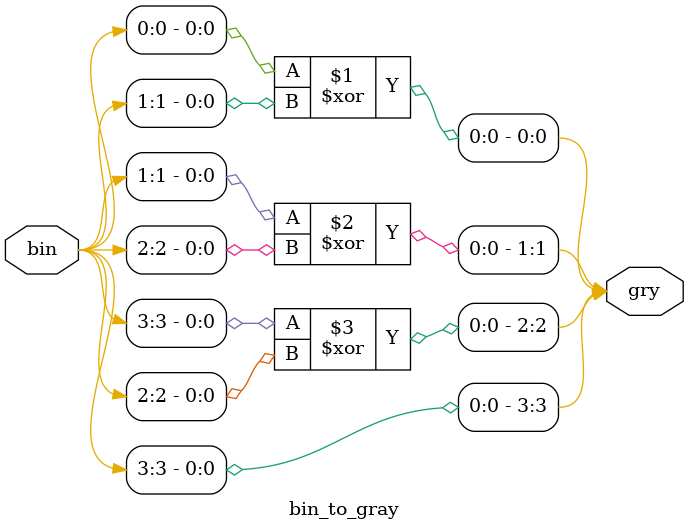
<source format=v>
module bin_to_gray(bin,gry);
input [3:0]bin;
output [3:0]gry;

assign gry[0]=bin[0]^bin[1];
assign gry[1]=bin[1]^bin[2];
assign gry[2]=bin[3]^bin[2];
assign gry[3]=bin[3];
endmodule
</source>
